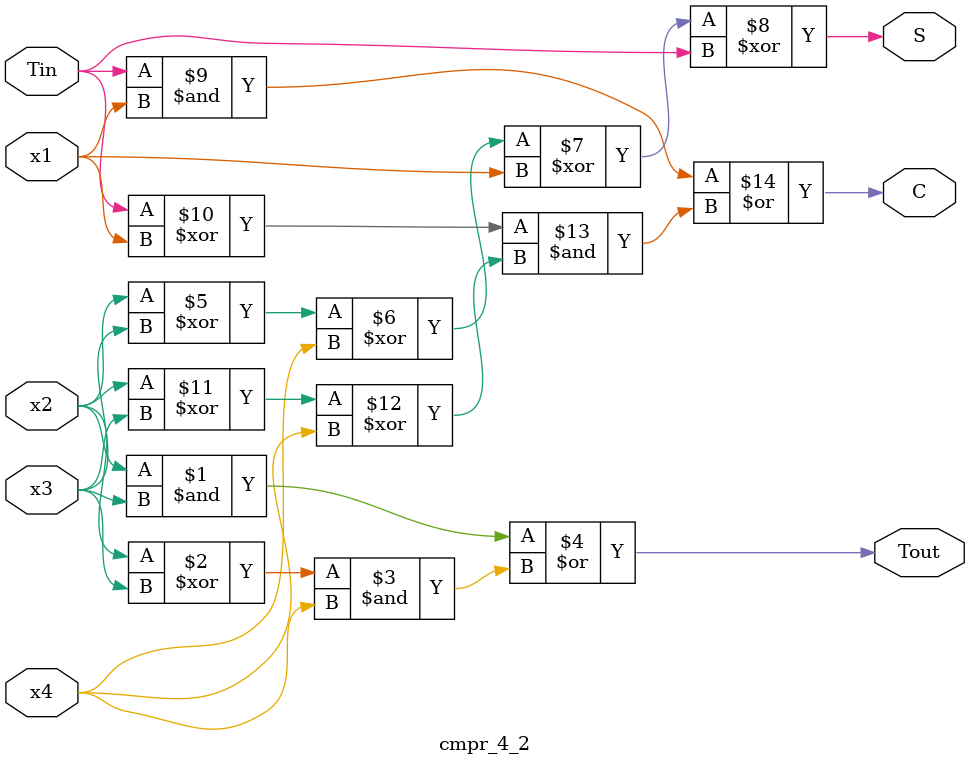
<source format=sv>
module cmpr_4_2(

	input wire Tin, 
	input wire x1,
	input wire x2,
	input wire x3,
	input wire x4,

	output wire Tout,
	output wire S,
	output wire C );

	assign{Tout} = (x2 & x3) | ((x2 ^ x3) & x4);
	assign{S} = ((x2 ^ x3) ^ x4) ^ x1 ^ Tin;
	assign{C} = (Tin & x1) | ((Tin ^ x1) & ((x2 ^ x3) ^ x4));

endmodule

</source>
